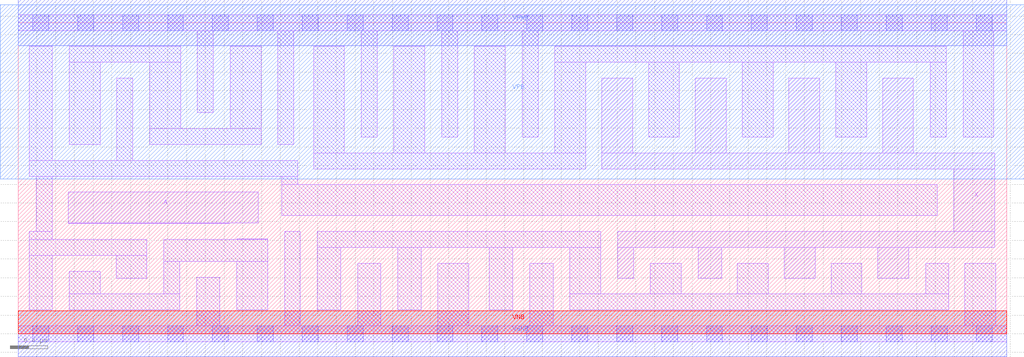
<source format=lef>
# Copyright 2020 The SkyWater PDK Authors
#
# Licensed under the Apache License, Version 2.0 (the "License");
# you may not use this file except in compliance with the License.
# You may obtain a copy of the License at
#
#     https://www.apache.org/licenses/LICENSE-2.0
#
# Unless required by applicable law or agreed to in writing, software
# distributed under the License is distributed on an "AS IS" BASIS,
# WITHOUT WARRANTIES OR CONDITIONS OF ANY KIND, either express or implied.
# See the License for the specific language governing permissions and
# limitations under the License.
#
# SPDX-License-Identifier: Apache-2.0

VERSION 5.7 ;
  NOWIREEXTENSIONATPIN ON ;
  DIVIDERCHAR "/" ;
  BUSBITCHARS "[]" ;
MACRO sky130_fd_sc_lp__buflp_8
  CLASS CORE ;
  FOREIGN sky130_fd_sc_lp__buflp_8 ;
  ORIGIN  0.000000  0.000000 ;
  SIZE  10.56000 BY  3.330000 ;
  SYMMETRY X Y R90 ;
  SITE unit ;
  PIN A
    ANTENNAGATEAREA  1.890000 ;
    DIRECTION INPUT ;
    USE SIGNAL ;
    PORT
      LAYER li1 ;
        RECT 0.535000 1.180000 2.255000 1.185000 ;
        RECT 0.535000 1.185000 2.565000 1.515000 ;
    END
  END A
  PIN X
    ANTENNADIFFAREA  2.822400 ;
    DIRECTION OUTPUT ;
    USE SIGNAL ;
    PORT
      LAYER li1 ;
        RECT 6.235000 1.765000 10.435000 1.935000 ;
        RECT 6.235000 1.935000  6.565000 2.735000 ;
        RECT 6.405000 0.595000  6.575000 0.925000 ;
        RECT 6.405000 0.925000 10.435000 1.095000 ;
        RECT 7.235000 1.935000  7.565000 2.735000 ;
        RECT 7.265000 0.595000  7.515000 0.925000 ;
        RECT 8.185000 0.595000  8.515000 0.925000 ;
        RECT 8.235000 1.935000  8.565000 2.735000 ;
        RECT 9.185000 0.595000  9.515000 0.925000 ;
        RECT 9.235000 1.935000  9.565000 2.735000 ;
        RECT 9.995000 1.095000 10.435000 1.765000 ;
    END
  END X
  PIN VGND
    DIRECTION INOUT ;
    USE GROUND ;
    PORT
      LAYER met1 ;
        RECT 0.000000 -0.245000 10.560000 0.245000 ;
    END
  END VGND
  PIN VNB
    DIRECTION INOUT ;
    USE GROUND ;
    PORT
      LAYER pwell ;
        RECT 0.000000 0.000000 10.560000 0.245000 ;
    END
  END VNB
  PIN VPB
    DIRECTION INOUT ;
    USE POWER ;
    PORT
      LAYER nwell ;
        RECT -0.190000 1.655000 10.750000 3.520000 ;
    END
  END VPB
  PIN VPWR
    DIRECTION INOUT ;
    USE POWER ;
    PORT
      LAYER met1 ;
        RECT 0.000000 3.085000 10.560000 3.575000 ;
    END
  END VPWR
  OBS
    LAYER li1 ;
      RECT  0.000000 -0.085000 10.560000 0.085000 ;
      RECT  0.000000  3.245000 10.560000 3.415000 ;
      RECT  0.115000  0.255000  0.365000 0.840000 ;
      RECT  0.115000  0.840000  1.375000 1.010000 ;
      RECT  0.115000  1.010000  0.365000 1.095000 ;
      RECT  0.115000  1.685000  2.985000 1.855000 ;
      RECT  0.115000  1.855000  0.365000 3.075000 ;
      RECT  0.195000  1.095000  0.365000 1.685000 ;
      RECT  0.545000  0.255000  1.725000 0.425000 ;
      RECT  0.545000  0.425000  0.875000 0.670000 ;
      RECT  0.545000  2.025000  0.875000 2.905000 ;
      RECT  0.545000  2.905000  1.735000 3.075000 ;
      RECT  1.045000  0.595000  1.375000 0.840000 ;
      RECT  1.055000  1.855000  1.225000 2.735000 ;
      RECT  1.405000  2.025000  2.595000 2.195000 ;
      RECT  1.405000  2.195000  1.735000 2.905000 ;
      RECT  1.555000  0.425000  1.725000 0.775000 ;
      RECT  1.555000  0.775000  2.665000 1.010000 ;
      RECT  1.905000  0.085000  2.155000 0.605000 ;
      RECT  1.915000  2.365000  2.085000 3.245000 ;
      RECT  2.265000  2.195000  2.595000 3.075000 ;
      RECT  2.335000  0.255000  2.665000 0.775000 ;
      RECT  2.335000  1.010000  2.665000 1.015000 ;
      RECT  2.775000  2.025000  2.945000 3.245000 ;
      RECT  2.815000  1.265000  9.820000 1.595000 ;
      RECT  2.815000  1.595000  2.985000 1.685000 ;
      RECT  2.845000  0.085000  3.015000 1.095000 ;
      RECT  3.155000  1.765000  6.065000 1.935000 ;
      RECT  3.155000  1.935000  3.485000 3.075000 ;
      RECT  3.195000  0.255000  3.445000 0.925000 ;
      RECT  3.195000  0.925000  6.225000 1.095000 ;
      RECT  3.625000  0.085000  3.875000 0.755000 ;
      RECT  3.665000  2.105000  3.835000 3.245000 ;
      RECT  4.015000  1.935000  4.345000 3.075000 ;
      RECT  4.055000  0.255000  4.305000 0.925000 ;
      RECT  4.485000  0.085000  4.815000 0.755000 ;
      RECT  4.525000  2.105000  4.695000 3.245000 ;
      RECT  4.875000  1.935000  5.205000 3.075000 ;
      RECT  5.035000  0.255000  5.285000 0.925000 ;
      RECT  5.385000  2.105000  5.555000 3.245000 ;
      RECT  5.465000  0.085000  5.715000 0.755000 ;
      RECT  5.735000  1.935000  6.065000 2.905000 ;
      RECT  5.735000  2.905000  9.915000 3.075000 ;
      RECT  5.895000  0.255000  9.945000 0.425000 ;
      RECT  5.895000  0.425000  6.225000 0.925000 ;
      RECT  6.735000  2.105000  7.065000 2.905000 ;
      RECT  6.755000  0.425000  7.085000 0.755000 ;
      RECT  7.685000  0.425000  8.015000 0.755000 ;
      RECT  7.735000  2.105000  8.065000 2.905000 ;
      RECT  8.685000  0.425000  9.015000 0.755000 ;
      RECT  8.735000  2.105000  9.065000 2.905000 ;
      RECT  9.695000  0.425000  9.945000 0.755000 ;
      RECT  9.745000  2.105000  9.915000 2.905000 ;
      RECT 10.095000  2.105000 10.425000 3.245000 ;
      RECT 10.115000  0.085000 10.445000 0.755000 ;
    LAYER mcon ;
      RECT  0.155000 -0.085000  0.325000 0.085000 ;
      RECT  0.155000  3.245000  0.325000 3.415000 ;
      RECT  0.635000 -0.085000  0.805000 0.085000 ;
      RECT  0.635000  3.245000  0.805000 3.415000 ;
      RECT  1.115000 -0.085000  1.285000 0.085000 ;
      RECT  1.115000  3.245000  1.285000 3.415000 ;
      RECT  1.595000 -0.085000  1.765000 0.085000 ;
      RECT  1.595000  3.245000  1.765000 3.415000 ;
      RECT  2.075000 -0.085000  2.245000 0.085000 ;
      RECT  2.075000  3.245000  2.245000 3.415000 ;
      RECT  2.555000 -0.085000  2.725000 0.085000 ;
      RECT  2.555000  3.245000  2.725000 3.415000 ;
      RECT  3.035000 -0.085000  3.205000 0.085000 ;
      RECT  3.035000  3.245000  3.205000 3.415000 ;
      RECT  3.515000 -0.085000  3.685000 0.085000 ;
      RECT  3.515000  3.245000  3.685000 3.415000 ;
      RECT  3.995000 -0.085000  4.165000 0.085000 ;
      RECT  3.995000  3.245000  4.165000 3.415000 ;
      RECT  4.475000 -0.085000  4.645000 0.085000 ;
      RECT  4.475000  3.245000  4.645000 3.415000 ;
      RECT  4.955000 -0.085000  5.125000 0.085000 ;
      RECT  4.955000  3.245000  5.125000 3.415000 ;
      RECT  5.435000 -0.085000  5.605000 0.085000 ;
      RECT  5.435000  3.245000  5.605000 3.415000 ;
      RECT  5.915000 -0.085000  6.085000 0.085000 ;
      RECT  5.915000  3.245000  6.085000 3.415000 ;
      RECT  6.395000 -0.085000  6.565000 0.085000 ;
      RECT  6.395000  3.245000  6.565000 3.415000 ;
      RECT  6.875000 -0.085000  7.045000 0.085000 ;
      RECT  6.875000  3.245000  7.045000 3.415000 ;
      RECT  7.355000 -0.085000  7.525000 0.085000 ;
      RECT  7.355000  3.245000  7.525000 3.415000 ;
      RECT  7.835000 -0.085000  8.005000 0.085000 ;
      RECT  7.835000  3.245000  8.005000 3.415000 ;
      RECT  8.315000 -0.085000  8.485000 0.085000 ;
      RECT  8.315000  3.245000  8.485000 3.415000 ;
      RECT  8.795000 -0.085000  8.965000 0.085000 ;
      RECT  8.795000  3.245000  8.965000 3.415000 ;
      RECT  9.275000 -0.085000  9.445000 0.085000 ;
      RECT  9.275000  3.245000  9.445000 3.415000 ;
      RECT  9.755000 -0.085000  9.925000 0.085000 ;
      RECT  9.755000  3.245000  9.925000 3.415000 ;
      RECT 10.235000 -0.085000 10.405000 0.085000 ;
      RECT 10.235000  3.245000 10.405000 3.415000 ;
  END
END sky130_fd_sc_lp__buflp_8
END LIBRARY

</source>
